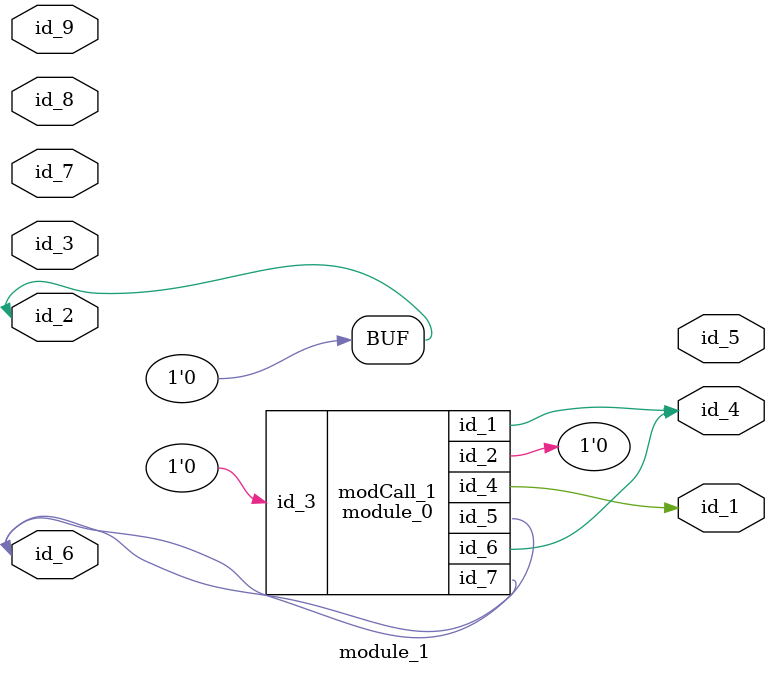
<source format=v>
module module_0 (
    id_1,
    id_2,
    id_3,
    id_4,
    id_5,
    id_6,
    id_7
);
  inout wire id_7;
  output wire id_6;
  output wire id_5;
  output wire id_4;
  input wire id_3;
  inout wire id_2;
  output wire id_1;
  assign id_6 = id_7;
endmodule
module module_1 (
    id_1,
    id_2,
    id_3,
    id_4,
    id_5,
    id_6,
    id_7,
    id_8,
    id_9
);
  input wire id_9;
  input wire id_8;
  input wire id_7;
  inout wire id_6;
  output wire id_5;
  output wire id_4;
  inout wire id_3;
  inout wire id_2;
  output wire id_1;
  assign id_2 = 'b0;
  module_0 modCall_1 (
      id_4,
      id_2,
      id_2,
      id_1,
      id_6,
      id_4,
      id_6
  );
endmodule

</source>
